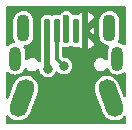
<source format=gbr>
%TF.GenerationSoftware,KiCad,Pcbnew,7.0.10*%
%TF.CreationDate,2024-02-09T18:14:34-05:00*%
%TF.ProjectId,ti84_usbc,74693834-5f75-4736-9263-2e6b69636164,rev?*%
%TF.SameCoordinates,Original*%
%TF.FileFunction,Copper,L2,Bot*%
%TF.FilePolarity,Positive*%
%FSLAX46Y46*%
G04 Gerber Fmt 4.6, Leading zero omitted, Abs format (unit mm)*
G04 Created by KiCad (PCBNEW 7.0.10) date 2024-02-09 18:14:34*
%MOMM*%
%LPD*%
G01*
G04 APERTURE LIST*
G04 Aperture macros list*
%AMRoundRect*
0 Rectangle with rounded corners*
0 $1 Rounding radius*
0 $2 $3 $4 $5 $6 $7 $8 $9 X,Y pos of 4 corners*
0 Add a 4 corners polygon primitive as box body*
4,1,4,$2,$3,$4,$5,$6,$7,$8,$9,$2,$3,0*
0 Add four circle primitives for the rounded corners*
1,1,$1+$1,$2,$3*
1,1,$1+$1,$4,$5*
1,1,$1+$1,$6,$7*
1,1,$1+$1,$8,$9*
0 Add four rect primitives between the rounded corners*
20,1,$1+$1,$2,$3,$4,$5,0*
20,1,$1+$1,$4,$5,$6,$7,0*
20,1,$1+$1,$6,$7,$8,$9,0*
20,1,$1+$1,$8,$9,$2,$3,0*%
%AMHorizOval*
0 Thick line with rounded ends*
0 $1 width*
0 $2 $3 position (X,Y) of the first rounded end (center of the circle)*
0 $4 $5 position (X,Y) of the second rounded end (center of the circle)*
0 Add line between two ends*
20,1,$1,$2,$3,$4,$5,0*
0 Add two circle primitives to create the rounded ends*
1,1,$1,$2,$3*
1,1,$1,$4,$5*%
G04 Aperture macros list end*
%TA.AperFunction,ComponentPad*%
%ADD10O,1.000000X2.100000*%
%TD*%
%TA.AperFunction,SMDPad,CuDef*%
%ADD11RoundRect,0.125000X0.125000X0.925000X-0.125000X0.925000X-0.125000X-0.925000X0.125000X-0.925000X0*%
%TD*%
%TA.AperFunction,ComponentPad*%
%ADD12HorizOval,1.500000X-0.307818X0.845723X0.307818X-0.845723X0*%
%TD*%
%TA.AperFunction,ComponentPad*%
%ADD13O,1.100000X2.300000*%
%TD*%
%TA.AperFunction,ComponentPad*%
%ADD14HorizOval,1.500000X0.307818X0.845723X-0.307818X-0.845723X0*%
%TD*%
%TA.AperFunction,ViaPad*%
%ADD15C,0.800000*%
%TD*%
%TA.AperFunction,ViaPad*%
%ADD16C,0.600000*%
%TD*%
%TA.AperFunction,Conductor*%
%ADD17C,0.500000*%
%TD*%
%TA.AperFunction,Conductor*%
%ADD18C,0.300000*%
%TD*%
G04 APERTURE END LIST*
D10*
%TO.P,J2,S1,SHIELD*%
%TO.N,/SHIELD*%
X183680000Y-30975000D03*
X192320000Y-30975000D03*
%TD*%
D11*
%TO.P,J1,1,VBUS*%
%TO.N,/VBUS*%
X186400000Y-28597500D03*
%TO.P,J1,2,D-*%
%TO.N,/D-*%
X187200000Y-28597500D03*
%TO.P,J1,3,D+*%
%TO.N,/D+*%
X188000000Y-28597500D03*
%TO.P,J1,4,ID*%
%TO.N,unconnected-(J1-ID-Pad4)*%
X188800000Y-28597500D03*
%TO.P,J1,5,GND*%
%TO.N,GND*%
X189600000Y-28597500D03*
D12*
%TO.P,J1,6,Shield*%
%TO.N,/SHIELD*%
X191750000Y-34297500D03*
D13*
X191650000Y-28397500D03*
X184350000Y-28397500D03*
D14*
X184250000Y-34297500D03*
%TD*%
D15*
%TO.N,/D-*%
X187800000Y-31600000D03*
D16*
%TO.N,GND*%
X185524856Y-28037183D03*
D15*
%TO.N,/VBUS*%
X186415083Y-31834002D03*
D16*
%TO.N,GND*%
X190300000Y-28009469D03*
%TO.N,/D+*%
X188000000Y-27560676D03*
%TD*%
D17*
%TO.N,/VBUS*%
X186400000Y-28597500D02*
X186400000Y-31818919D01*
X186400000Y-31818919D02*
X186415083Y-31834002D01*
D18*
%TO.N,/D-*%
X187800000Y-31600000D02*
X187200000Y-31000000D01*
X187200000Y-31000000D02*
X187200000Y-28597500D01*
D17*
%TO.N,GND*%
X189600000Y-28597500D02*
X189600000Y-30369182D01*
X189600000Y-28597500D02*
X189600000Y-27032004D01*
%TD*%
%TA.AperFunction,Conductor*%
%TO.N,GND*%
G36*
X192983039Y-26517685D02*
G01*
X193028794Y-26570489D01*
X193040000Y-26622000D01*
X193040000Y-29713560D01*
X193020315Y-29780599D01*
X192967511Y-29826354D01*
X192898353Y-29836298D01*
X192834797Y-29807273D01*
X192828319Y-29801241D01*
X192822262Y-29795184D01*
X192669523Y-29699211D01*
X192499252Y-29639631D01*
X192468394Y-29636154D01*
X192403981Y-29609087D01*
X192364426Y-29551492D01*
X192362289Y-29481655D01*
X192380246Y-29444720D01*
X192379588Y-29444324D01*
X192383049Y-29438570D01*
X192383054Y-29438564D01*
X192460732Y-29270667D01*
X192500500Y-29089997D01*
X192500500Y-27751387D01*
X192485514Y-27613590D01*
X192426444Y-27438279D01*
X192331070Y-27279764D01*
X192297379Y-27244197D01*
X192203850Y-27145459D01*
X192121165Y-27089398D01*
X192050730Y-27041642D01*
X192050727Y-27041640D01*
X192050723Y-27041638D01*
X191878877Y-26973169D01*
X191805851Y-26961197D01*
X191696317Y-26943240D01*
X191696314Y-26943240D01*
X191511593Y-26953255D01*
X191511588Y-26953255D01*
X191333343Y-27002744D01*
X191333337Y-27002747D01*
X191169897Y-27089398D01*
X191028900Y-27209162D01*
X190916946Y-27356436D01*
X190839268Y-27524332D01*
X190839266Y-27524336D01*
X190799500Y-27705002D01*
X190799500Y-29043616D01*
X190814486Y-29181411D01*
X190873557Y-29356723D01*
X190873558Y-29356725D01*
X190968931Y-29515237D01*
X190968932Y-29515238D01*
X191096149Y-29649540D01*
X191134430Y-29675495D01*
X191249270Y-29753358D01*
X191249273Y-29753359D01*
X191249276Y-29753361D01*
X191421122Y-29821830D01*
X191421125Y-29821831D01*
X191538249Y-29841032D01*
X191601220Y-29871303D01*
X191637829Y-29930814D01*
X191636453Y-30000670D01*
X191623181Y-30029370D01*
X191594212Y-30075474D01*
X191534631Y-30245745D01*
X191534630Y-30245750D01*
X191519500Y-30380039D01*
X191519500Y-30984727D01*
X191499815Y-31051766D01*
X191447011Y-31097521D01*
X191377853Y-31107465D01*
X191314297Y-31078440D01*
X191306416Y-31070077D01*
X191306198Y-31070296D01*
X191300455Y-31064553D01*
X191300452Y-31064551D01*
X191300451Y-31064549D01*
X191180233Y-30972302D01*
X191180229Y-30972300D01*
X191116801Y-30946027D01*
X191040236Y-30914313D01*
X191026171Y-30912461D01*
X190927727Y-30899500D01*
X190927720Y-30899500D01*
X190852280Y-30899500D01*
X190852272Y-30899500D01*
X190739764Y-30914313D01*
X190739763Y-30914313D01*
X190599770Y-30972300D01*
X190599767Y-30972301D01*
X190599767Y-30972302D01*
X190538567Y-31019263D01*
X190479549Y-31064549D01*
X190387300Y-31184770D01*
X190329313Y-31324763D01*
X190329312Y-31324765D01*
X190309534Y-31474999D01*
X190309534Y-31475000D01*
X190329312Y-31625234D01*
X190329313Y-31625236D01*
X190387302Y-31765233D01*
X190479549Y-31885451D01*
X190599767Y-31977698D01*
X190739764Y-32035687D01*
X190852280Y-32050500D01*
X190852287Y-32050500D01*
X190927713Y-32050500D01*
X190927720Y-32050500D01*
X191040236Y-32035687D01*
X191180233Y-31977698D01*
X191300451Y-31885451D01*
X191365183Y-31801089D01*
X191421609Y-31759889D01*
X191491355Y-31755734D01*
X191552275Y-31789946D01*
X191580598Y-31835622D01*
X191594209Y-31874520D01*
X191659040Y-31977697D01*
X191690184Y-32027262D01*
X191817738Y-32154816D01*
X191908080Y-32211582D01*
X191947641Y-32236440D01*
X191970478Y-32250789D01*
X192140745Y-32310368D01*
X192140750Y-32310369D01*
X192319996Y-32330565D01*
X192320000Y-32330565D01*
X192320004Y-32330565D01*
X192499249Y-32310369D01*
X192499252Y-32310368D01*
X192499255Y-32310368D01*
X192669522Y-32250789D01*
X192822262Y-32154816D01*
X192828319Y-32148759D01*
X192889642Y-32115274D01*
X192959334Y-32120258D01*
X193015267Y-32162130D01*
X193039684Y-32227594D01*
X193040000Y-32236440D01*
X193040000Y-34067049D01*
X193020315Y-34134088D01*
X192967511Y-34179843D01*
X192898353Y-34189787D01*
X192834797Y-34160762D01*
X192799478Y-34109460D01*
X192673222Y-33762576D01*
X192411678Y-33043989D01*
X192344612Y-32904169D01*
X192220440Y-32738635D01*
X192220437Y-32738631D01*
X192066359Y-32600508D01*
X191888292Y-32495094D01*
X191823220Y-32472211D01*
X191693079Y-32426445D01*
X191693076Y-32426444D01*
X191693075Y-32426444D01*
X191488226Y-32397198D01*
X191281603Y-32408480D01*
X191081151Y-32459853D01*
X190894572Y-32549348D01*
X190729036Y-32673521D01*
X190590913Y-32827599D01*
X190590913Y-32827600D01*
X190485499Y-33005665D01*
X190485499Y-33005666D01*
X190416850Y-33200881D01*
X190416849Y-33200883D01*
X190387603Y-33405731D01*
X190387603Y-33405733D01*
X190398885Y-33612356D01*
X190398886Y-33612358D01*
X190437384Y-33762576D01*
X191088318Y-35551002D01*
X191088321Y-35551008D01*
X191088322Y-35551011D01*
X191155388Y-35690831D01*
X191234512Y-35796311D01*
X191279564Y-35856369D01*
X191433640Y-35994490D01*
X191475861Y-36019484D01*
X191611709Y-36099906D01*
X191806921Y-36168555D01*
X192011774Y-36197801D01*
X192218397Y-36186520D01*
X192418849Y-36135146D01*
X192605426Y-36045653D01*
X192770960Y-35921481D01*
X192823669Y-35862683D01*
X192883074Y-35825905D01*
X192952934Y-35827082D01*
X193011067Y-35865841D01*
X193039018Y-35929877D01*
X193040000Y-35945454D01*
X193040000Y-36373000D01*
X193020315Y-36440039D01*
X192967511Y-36485794D01*
X192916000Y-36497000D01*
X183024500Y-36497000D01*
X182957461Y-36477315D01*
X182911706Y-36424511D01*
X182900500Y-36373000D01*
X182900500Y-35879081D01*
X182920185Y-35812042D01*
X182972989Y-35766287D01*
X183042147Y-35756343D01*
X183105703Y-35785368D01*
X183116825Y-35796304D01*
X183229040Y-35921481D01*
X183394574Y-36045653D01*
X183581151Y-36135147D01*
X183781603Y-36186520D01*
X183988226Y-36197802D01*
X184193079Y-36168555D01*
X184388291Y-36099906D01*
X184566358Y-35994492D01*
X184638437Y-35929877D01*
X184720437Y-35856368D01*
X184720437Y-35856367D01*
X184720440Y-35856365D01*
X184844612Y-35690831D01*
X184911678Y-35551011D01*
X185562616Y-33762574D01*
X185601115Y-33612356D01*
X185612397Y-33405734D01*
X185583150Y-33200880D01*
X185514501Y-33005669D01*
X185514500Y-33005667D01*
X185514500Y-33005666D01*
X185409086Y-32827599D01*
X185270963Y-32673521D01*
X185173630Y-32600509D01*
X185105426Y-32549347D01*
X184918849Y-32459854D01*
X184718397Y-32408480D01*
X184718396Y-32408479D01*
X184718395Y-32408479D01*
X184511775Y-32397199D01*
X184511770Y-32397199D01*
X184306921Y-32426444D01*
X184111710Y-32495093D01*
X183933641Y-32600509D01*
X183933640Y-32600509D01*
X183779564Y-32738630D01*
X183655389Y-32904167D01*
X183655388Y-32904168D01*
X183655388Y-32904169D01*
X183606705Y-33005665D01*
X183588320Y-33043994D01*
X183141022Y-34272935D01*
X183099596Y-34329198D01*
X183034327Y-34354134D01*
X182965938Y-34339824D01*
X182916143Y-34290812D01*
X182900500Y-34230524D01*
X182900500Y-32176940D01*
X182920185Y-32109901D01*
X182972989Y-32064146D01*
X183042147Y-32054202D01*
X183105703Y-32083227D01*
X183112181Y-32089259D01*
X183177738Y-32154816D01*
X183268080Y-32211582D01*
X183307641Y-32236440D01*
X183330478Y-32250789D01*
X183500745Y-32310368D01*
X183500750Y-32310369D01*
X183679996Y-32330565D01*
X183680000Y-32330565D01*
X183680004Y-32330565D01*
X183859249Y-32310369D01*
X183859252Y-32310368D01*
X183859255Y-32310368D01*
X184029522Y-32250789D01*
X184182262Y-32154816D01*
X184309816Y-32027262D01*
X184405789Y-31874522D01*
X184419401Y-31835622D01*
X184460121Y-31778848D01*
X184525074Y-31753100D01*
X184593636Y-31766556D01*
X184634815Y-31801088D01*
X184699549Y-31885451D01*
X184819767Y-31977698D01*
X184959764Y-32035687D01*
X185072280Y-32050500D01*
X185072287Y-32050500D01*
X185147713Y-32050500D01*
X185147720Y-32050500D01*
X185260236Y-32035687D01*
X185400233Y-31977698D01*
X185520451Y-31885451D01*
X185520453Y-31885449D01*
X185526654Y-31880691D01*
X185591823Y-31855496D01*
X185660268Y-31869534D01*
X185710258Y-31918348D01*
X185725237Y-31964119D01*
X185729942Y-32002870D01*
X185729943Y-32002876D01*
X185790265Y-32161933D01*
X185851598Y-32250788D01*
X185886900Y-32301931D01*
X185992588Y-32395562D01*
X186014233Y-32414738D01*
X186164856Y-32493791D01*
X186164858Y-32493792D01*
X186330027Y-32534502D01*
X186500139Y-32534502D01*
X186665308Y-32493792D01*
X186793628Y-32426444D01*
X186815932Y-32414738D01*
X186815933Y-32414736D01*
X186815935Y-32414736D01*
X186943266Y-32301931D01*
X187039901Y-32161932D01*
X187061647Y-32104590D01*
X187103824Y-32048888D01*
X187169421Y-32024830D01*
X187237612Y-32040056D01*
X187266196Y-32062962D01*
X187266203Y-32062955D01*
X187266348Y-32063084D01*
X187270408Y-32066337D01*
X187271812Y-32067922D01*
X187271817Y-32067929D01*
X187361510Y-32147390D01*
X187399150Y-32180736D01*
X187532623Y-32250788D01*
X187549775Y-32259790D01*
X187714944Y-32300500D01*
X187885056Y-32300500D01*
X188050225Y-32259790D01*
X188129692Y-32218081D01*
X188200849Y-32180736D01*
X188200850Y-32180734D01*
X188200852Y-32180734D01*
X188328183Y-32067929D01*
X188424818Y-31927930D01*
X188485140Y-31768872D01*
X188505645Y-31600000D01*
X188485140Y-31431128D01*
X188481016Y-31420255D01*
X188444802Y-31324764D01*
X188424818Y-31272070D01*
X188413590Y-31255804D01*
X188368766Y-31190865D01*
X188328183Y-31132071D01*
X188200852Y-31019266D01*
X188200849Y-31019263D01*
X188050226Y-30940210D01*
X187885056Y-30899500D01*
X187787965Y-30899500D01*
X187720926Y-30879815D01*
X187700284Y-30863181D01*
X187686819Y-30849716D01*
X187653334Y-30788393D01*
X187650500Y-30762035D01*
X187650500Y-30062932D01*
X187670185Y-29995893D01*
X187722989Y-29950138D01*
X187792147Y-29940194D01*
X187793899Y-29940459D01*
X187841508Y-29948000D01*
X187841512Y-29948000D01*
X188158493Y-29948000D01*
X188258121Y-29932220D01*
X188258121Y-29932219D01*
X188258126Y-29932219D01*
X188343708Y-29888612D01*
X188412374Y-29875717D01*
X188456289Y-29888611D01*
X188541874Y-29932219D01*
X188541876Y-29932219D01*
X188541878Y-29932220D01*
X188641507Y-29948000D01*
X188963360Y-29948000D01*
X188963360Y-29949930D01*
X189023715Y-29962581D01*
X189052798Y-29984181D01*
X189088883Y-30020267D01*
X189088891Y-30020273D01*
X189224811Y-30100655D01*
X189224814Y-30100656D01*
X189376446Y-30144710D01*
X189376452Y-30144711D01*
X189411881Y-30147499D01*
X189411894Y-30147500D01*
X189788106Y-30147500D01*
X189788118Y-30147499D01*
X189823547Y-30144711D01*
X189823553Y-30144710D01*
X189975185Y-30100656D01*
X189975188Y-30100655D01*
X190111108Y-30020273D01*
X190111116Y-30020267D01*
X190222767Y-29908616D01*
X190222773Y-29908608D01*
X190303154Y-29772691D01*
X190303156Y-29772684D01*
X190329828Y-29680882D01*
X190329828Y-29680881D01*
X189386819Y-28737872D01*
X189353334Y-28676549D01*
X189350500Y-28650191D01*
X189350500Y-28597500D01*
X189953553Y-28597500D01*
X190349999Y-28993947D01*
X190350000Y-28993946D01*
X190350000Y-28201053D01*
X190349999Y-28201052D01*
X189953553Y-28597499D01*
X189953553Y-28597500D01*
X189350500Y-28597500D01*
X189350500Y-28544809D01*
X189370185Y-28477770D01*
X189386819Y-28457128D01*
X189600000Y-28243947D01*
X190329828Y-27514117D01*
X190303156Y-27422312D01*
X190303155Y-27422311D01*
X190222773Y-27286391D01*
X190222767Y-27286383D01*
X190111116Y-27174732D01*
X190111108Y-27174726D01*
X189975188Y-27094344D01*
X189975185Y-27094343D01*
X189823553Y-27050289D01*
X189823547Y-27050288D01*
X189788118Y-27047500D01*
X189411881Y-27047500D01*
X189376452Y-27050288D01*
X189376446Y-27050289D01*
X189224814Y-27094343D01*
X189224811Y-27094344D01*
X189088894Y-27174724D01*
X189088884Y-27174732D01*
X189052794Y-27210821D01*
X188991470Y-27244305D01*
X188963359Y-27246215D01*
X188963359Y-27247000D01*
X188641512Y-27247000D01*
X188602661Y-27253153D01*
X188533367Y-27244197D01*
X188484888Y-27206165D01*
X188428283Y-27132395D01*
X188378694Y-27094344D01*
X188302841Y-27036140D01*
X188156762Y-26975632D01*
X188156760Y-26975631D01*
X188000001Y-26954994D01*
X187999999Y-26954994D01*
X187843239Y-26975631D01*
X187843237Y-26975632D01*
X187697160Y-27036139D01*
X187655345Y-27068224D01*
X187571718Y-27132394D01*
X187571717Y-27132395D01*
X187571716Y-27132396D01*
X187515110Y-27206166D01*
X187458682Y-27247368D01*
X187397338Y-27253152D01*
X187358495Y-27247000D01*
X187358488Y-27247000D01*
X187041512Y-27247000D01*
X187041507Y-27247000D01*
X186941876Y-27262779D01*
X186856294Y-27306386D01*
X186787625Y-27319282D01*
X186743706Y-27306386D01*
X186658123Y-27262779D01*
X186558493Y-27247000D01*
X186558488Y-27247000D01*
X186241512Y-27247000D01*
X186241507Y-27247000D01*
X186141878Y-27262779D01*
X186141874Y-27262780D01*
X186141874Y-27262781D01*
X186108549Y-27279761D01*
X186021778Y-27323973D01*
X186021774Y-27323976D01*
X185926476Y-27419274D01*
X185926473Y-27419278D01*
X185865279Y-27539378D01*
X185849500Y-27639006D01*
X185849500Y-31133066D01*
X185829815Y-31200105D01*
X185777011Y-31245860D01*
X185707853Y-31255804D01*
X185644297Y-31226779D01*
X185618398Y-31190865D01*
X185616764Y-31191809D01*
X185612700Y-31184770D01*
X185572263Y-31132072D01*
X185520451Y-31064549D01*
X185400233Y-30972302D01*
X185400229Y-30972300D01*
X185336801Y-30946027D01*
X185260236Y-30914313D01*
X185246171Y-30912461D01*
X185147727Y-30899500D01*
X185147720Y-30899500D01*
X185072280Y-30899500D01*
X185072272Y-30899500D01*
X184959764Y-30914313D01*
X184959763Y-30914313D01*
X184819770Y-30972300D01*
X184819767Y-30972301D01*
X184819767Y-30972302D01*
X184758567Y-31019263D01*
X184699544Y-31064553D01*
X184693802Y-31070296D01*
X184691805Y-31068299D01*
X184646434Y-31101421D01*
X184576687Y-31105568D01*
X184515771Y-31071348D01*
X184483026Y-31009627D01*
X184480500Y-30984727D01*
X184480500Y-30380043D01*
X184480499Y-30380039D01*
X184465369Y-30245750D01*
X184465368Y-30245745D01*
X184405788Y-30075475D01*
X184378572Y-30032162D01*
X184359571Y-29964925D01*
X184379938Y-29898090D01*
X184433206Y-29852875D01*
X184476853Y-29842371D01*
X184488407Y-29841745D01*
X184488411Y-29841744D01*
X184666656Y-29792255D01*
X184666656Y-29792254D01*
X184666659Y-29792254D01*
X184830104Y-29705600D01*
X184971100Y-29585837D01*
X185083054Y-29438564D01*
X185160732Y-29270667D01*
X185200500Y-29089997D01*
X185200500Y-27751387D01*
X185185514Y-27613590D01*
X185126444Y-27438279D01*
X185031070Y-27279764D01*
X184997379Y-27244197D01*
X184903850Y-27145459D01*
X184821165Y-27089398D01*
X184750730Y-27041642D01*
X184750727Y-27041640D01*
X184750723Y-27041638D01*
X184578877Y-26973169D01*
X184505851Y-26961197D01*
X184396317Y-26943240D01*
X184396314Y-26943240D01*
X184211593Y-26953255D01*
X184211588Y-26953255D01*
X184033343Y-27002744D01*
X184033337Y-27002747D01*
X183869897Y-27089398D01*
X183728900Y-27209162D01*
X183616946Y-27356436D01*
X183539268Y-27524332D01*
X183539266Y-27524336D01*
X183499500Y-27705002D01*
X183499500Y-29043616D01*
X183514486Y-29181411D01*
X183573557Y-29356723D01*
X183573560Y-29356730D01*
X183628756Y-29448467D01*
X183646452Y-29516058D01*
X183624795Y-29582487D01*
X183570663Y-29626662D01*
X183536390Y-29635615D01*
X183500749Y-29639630D01*
X183500745Y-29639631D01*
X183330476Y-29699211D01*
X183177737Y-29795184D01*
X183112181Y-29860741D01*
X183050858Y-29894226D01*
X182981166Y-29889242D01*
X182925233Y-29847370D01*
X182900816Y-29781906D01*
X182900500Y-29773060D01*
X182900500Y-26622000D01*
X182920185Y-26554961D01*
X182972989Y-26509206D01*
X183024500Y-26498000D01*
X192916000Y-26498000D01*
X192983039Y-26517685D01*
G37*
%TD.AperFunction*%
%TD*%
M02*

</source>
